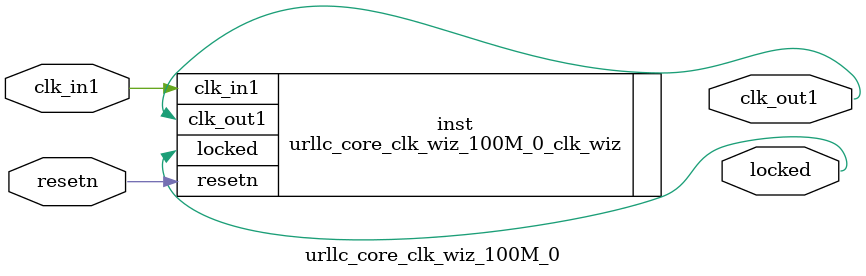
<source format=v>


`timescale 1ps/1ps

(* CORE_GENERATION_INFO = "urllc_core_clk_wiz_100M_0,clk_wiz_v6_0_8_0_0,{component_name=urllc_core_clk_wiz_100M_0,use_phase_alignment=true,use_min_o_jitter=false,use_max_i_jitter=false,use_dyn_phase_shift=false,use_inclk_switchover=false,use_dyn_reconfig=false,enable_axi=0,feedback_source=FDBK_AUTO,PRIMITIVE=PLL,num_out_clk=1,clkin1_period=20.000,clkin2_period=10.000,use_power_down=false,use_reset=true,use_locked=true,use_inclk_stopped=false,feedback_type=SINGLE,CLOCK_MGR_TYPE=NA,manual_override=false}" *)

module urllc_core_clk_wiz_100M_0 
 (
  // Clock out ports
  output        clk_out1,
  // Status and control signals
  input         resetn,
  output        locked,
 // Clock in ports
  input         clk_in1
 );

  urllc_core_clk_wiz_100M_0_clk_wiz inst
  (
  // Clock out ports  
  .clk_out1(clk_out1),
  // Status and control signals               
  .resetn(resetn), 
  .locked(locked),
 // Clock in ports
  .clk_in1(clk_in1)
  );

endmodule

</source>
